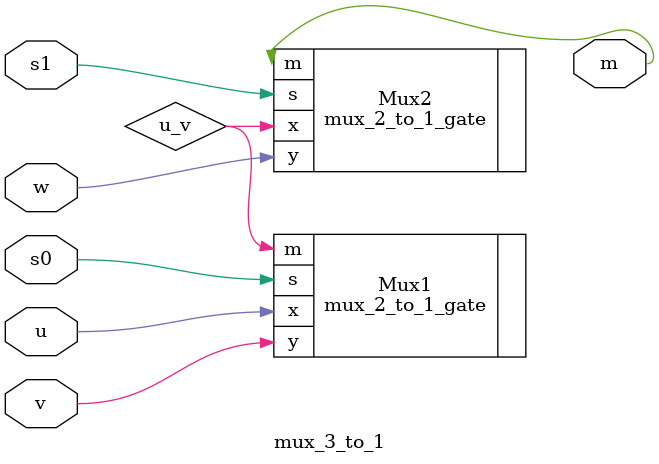
<source format=v>
`timescale 1ns / 1ps


module mux_3_to_1(input u, input v, input w, input s0, input s1, output m);
	wire u_v;

	mux_2_to_1_gate Mux1 (.x(u), .y(v), .s(s0), .m(u_v));
	mux_2_to_1_gate Mux2 (.x(u_v), .y(w), .s(s1), .m(m));
endmodule

</source>
